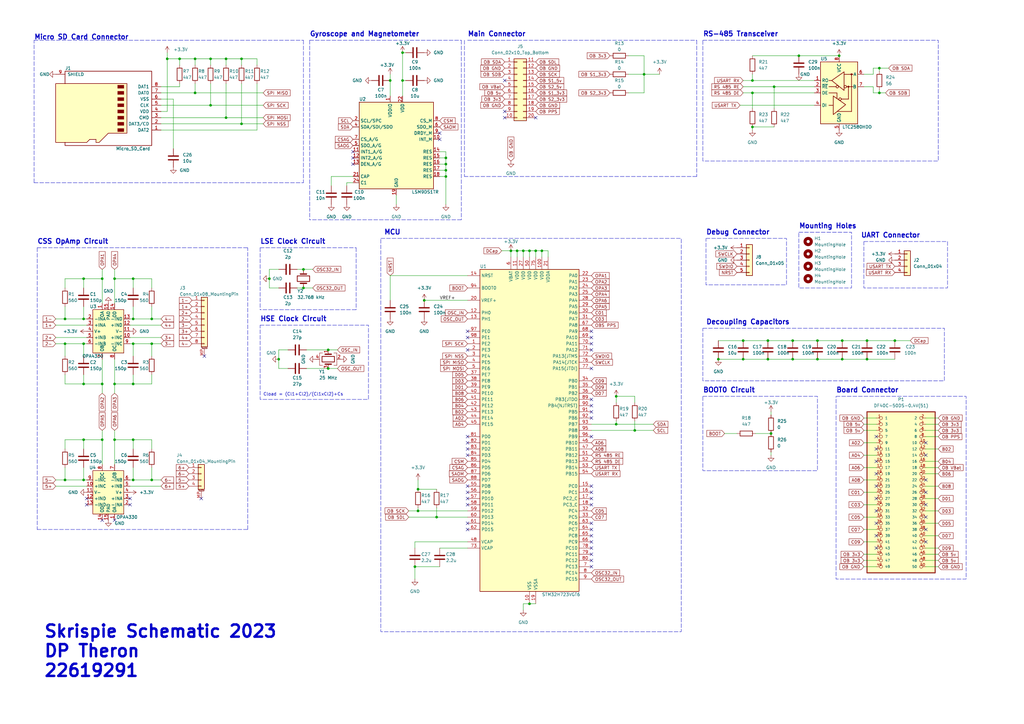
<source format=kicad_sch>
(kicad_sch (version 20230121) (generator eeschema)
  (paper "A3")
  (title_block (title "Development of an ADCS system") (date "2023-08-16") (company "Niel Theron") (comment 1 "22619291"))
  (junction (at 124.46 118.11))
  (junction (at 308.61 33.02))
  (junction (at 34.29 130.81))
  (junction (at 317.5 35.56))
  (junction (at 62.23 196.85))
  (junction (at 344.17 22.86))
  (junction (at 99.06 50.8))
  (junction (at 62.23 130.81))
  (junction (at 86.36 43.18))
  (junction (at 26.67 130.81))
  (junction (at 367.03 139.7))
  (junction (at 219.71 102.87))
  (junction (at 165.1 33.02))
  (junction (at 304.8 139.7))
  (junction (at 41.91 157.48))
  (junction (at 182.88 69.85))
  (junction (at 73.66 24.13))
  (junction (at 264.16 30.48))
  (junction (at 171.45 209.55))
  (junction (at 171.45 200.66))
  (junction (at 179.07 212.09))
  (junction (at 304.8 147.32))
  (junction (at 165.1 21.59))
  (junction (at 134.62 151.13))
  (junction (at 355.6 147.32))
  (junction (at 212.09 102.87))
  (junction (at 54.61 157.48))
  (junction (at 345.44 139.7))
  (junction (at 124.46 110.49))
  (junction (at 217.17 102.87))
  (junction (at 335.28 139.7))
  (junction (at 314.96 147.32))
  (junction (at 54.61 140.97))
  (junction (at 314.96 139.7))
  (junction (at 214.63 102.87))
  (junction (at 99.06 24.13))
  (junction (at 182.88 67.31))
  (junction (at 294.64 147.32))
  (junction (at 68.58 24.13))
  (junction (at 345.44 147.32))
  (junction (at 86.36 24.13))
  (junction (at 26.67 140.97))
  (junction (at 325.12 147.32))
  (junction (at 62.23 140.97))
  (junction (at 335.28 147.32))
  (junction (at 110.49 114.3))
  (junction (at 252.73 173.99))
  (junction (at 308.61 38.1))
  (junction (at 34.29 114.3))
  (junction (at 34.29 140.97))
  (junction (at 260.35 176.53))
  (junction (at 114.3 147.32))
  (junction (at 182.88 72.39))
  (junction (at 160.02 33.02))
  (junction (at 41.91 180.34))
  (junction (at 325.12 139.7))
  (junction (at 217.17 247.65))
  (junction (at 252.73 162.56))
  (junction (at 34.29 180.34))
  (junction (at 327.66 22.86))
  (junction (at 34.29 157.48))
  (junction (at 54.61 114.3))
  (junction (at 54.61 180.34))
  (junction (at 41.91 114.3))
  (junction (at 80.01 24.13))
  (junction (at 46.99 157.48))
  (junction (at 134.62 143.51))
  (junction (at 46.99 180.34))
  (junction (at 170.18 232.41))
  (junction (at 54.61 196.85))
  (junction (at 92.71 24.13))
  (junction (at 182.88 64.77))
  (junction (at 26.67 196.85))
  (junction (at 316.23 177.8))
  (junction (at 209.55 102.87))
  (junction (at 360.68 27.94))
  (junction (at 80.01 38.1))
  (junction (at 173.99 123.19))
  (junction (at 54.61 130.81))
  (junction (at 360.68 38.1))
  (junction (at 222.25 102.87))
  (junction (at 355.6 139.7))
  (junction (at 46.99 114.3))
  (junction (at 92.71 48.26))
  (junction (at 308.61 52.07))
  (junction (at 34.29 196.85))
  (no_connect (at 242.57 171.45))
  (no_connect (at 242.57 163.83))
  (no_connect (at 242.57 222.25))
  (no_connect (at 207.01 33.02))
  (no_connect (at 242.57 201.93))
  (no_connect (at 359.41 194.31))
  (no_connect (at 207.01 45.72))
  (no_connect (at 191.77 135.89))
  (no_connect (at 191.77 186.69))
  (no_connect (at 359.41 219.71))
  (no_connect (at 35.56 207.01))
  (no_connect (at 191.77 138.43))
  (no_connect (at 144.78 62.23))
  (no_connect (at 242.57 217.17))
  (no_connect (at 191.77 179.07))
  (no_connect (at 191.77 181.61))
  (no_connect (at 359.41 179.07))
  (no_connect (at 191.77 201.93))
  (no_connect (at 242.57 168.91))
  (no_connect (at 379.73 222.25))
  (no_connect (at 242.57 143.51))
  (no_connect (at 242.57 232.41))
  (no_connect (at 359.41 214.63))
  (no_connect (at 359.41 184.15))
  (no_connect (at 180.34 57.15))
  (no_connect (at 207.01 48.26))
  (no_connect (at 242.57 140.97))
  (no_connect (at 35.56 204.47))
  (no_connect (at 46.99 213.36))
  (no_connect (at 379.73 186.69))
  (no_connect (at 242.57 229.87))
  (no_connect (at 242.57 204.47))
  (no_connect (at 82.55 204.47))
  (no_connect (at 191.77 199.39))
  (no_connect (at 242.57 227.33))
  (no_connect (at 379.73 217.17))
  (no_connect (at 379.73 207.01))
  (no_connect (at 379.73 196.85))
  (no_connect (at 180.34 54.61))
  (no_connect (at 359.41 199.39))
  (no_connect (at 359.41 189.23))
  (no_connect (at 144.78 67.31))
  (no_connect (at 242.57 138.43))
  (no_connect (at 191.77 184.15))
  (no_connect (at 191.77 217.17))
  (no_connect (at 144.78 64.77))
  (no_connect (at 242.57 199.39))
  (no_connect (at 53.34 207.01))
  (no_connect (at 359.41 204.47))
  (no_connect (at 242.57 151.13))
  (no_connect (at 379.73 212.09))
  (no_connect (at 53.34 204.47))
  (no_connect (at 242.57 166.37))
  (no_connect (at 191.77 143.51))
  (no_connect (at 242.57 207.01))
  (no_connect (at 191.77 204.47))
  (no_connect (at 191.77 214.63))
  (no_connect (at 219.71 48.26))
  (no_connect (at 242.57 179.07))
  (no_connect (at 379.73 181.61))
  (no_connect (at 242.57 214.63))
  (no_connect (at 242.57 219.71))
  (no_connect (at 359.41 224.79))
  (no_connect (at 41.91 213.36))
  (no_connect (at 359.41 209.55))
  (no_connect (at 242.57 135.89))
  (no_connect (at 379.73 201.93))
  (no_connect (at 191.77 207.01))
  (no_connect (at 242.57 224.79))
  (no_connect (at 83.82 146.05))
  (wire (pts (xy 68.58 21.59) (xy 68.58 24.13)))
  (wire (pts (xy 180.34 67.31) (xy 182.88 67.31)))
  (wire (pts (xy 379.73 194.31) (xy 384.81 194.31)))
  (wire (pts (xy 252.73 162.56) (xy 252.73 165.1)))
  (wire (pts (xy 22.86 140.97) (xy 26.67 140.97)))
  (wire (pts (xy 144.78 72.39) (xy 135.89 72.39)))
  (wire (pts (xy 68.58 45.72) (xy 66.04 45.72)))
  (wire (pts (xy 66.04 35.56) (xy 73.66 35.56)))
  (wire (pts (xy 314.96 147.32) (xy 325.12 147.32)))
  (wire (pts (xy 71.12 60.96) (xy 71.12 40.64)))
  (wire (pts (xy 80.01 38.1) (xy 66.04 38.1)))
  (wire (pts (xy 34.29 114.3) (xy 41.91 114.3)))
  (wire (pts (xy 294.64 139.7) (xy 304.8 139.7)))
  (wire (pts (xy 182.88 69.85) (xy 182.88 72.39)))
  (wire (pts (xy 99.06 24.13) (xy 99.06 26.67)))
  (wire (pts (xy 360.68 38.1) (xy 358.14 38.1)))
  (wire (pts (xy 99.06 50.8) (xy 107.95 50.8)))
  (wire (pts (xy 134.62 143.51) (xy 138.43 143.51)))
  (wire (pts (xy 354.33 201.93) (xy 359.41 201.93)))
  (wire (pts (xy 171.45 200.66) (xy 179.07 200.66)))
  (wire (pts (xy 54.61 130.81) (xy 62.23 130.81)))
  (wire (pts (xy 62.23 180.34) (xy 62.23 184.15)))
  (wire (pts (xy 46.99 180.34) (xy 46.99 190.5)))
  (wire (pts (xy 379.73 229.87) (xy 384.81 229.87)))
  (wire (pts (xy 360.68 36.83) (xy 360.68 38.1)))
  (wire (pts (xy 379.73 214.63) (xy 384.81 214.63)))
  (wire (pts (xy 121.92 110.49) (xy 124.46 110.49)))
  (polyline (pts (xy 191.77 16.51) (xy 285.75 16.51)) (stroke (width 0) (type dash)))
  (wire (pts (xy 260.35 176.53) (xy 242.57 176.53)))
  (polyline (pts (xy 106.68 101.6) (xy 146.05 101.6)) (stroke (width 0) (type dash)))
  (polyline (pts (xy 189.23 16.51) (xy 189.23 90.17)) (stroke (width 0) (type dash)))
  (wire (pts (xy 264.16 22.86) (xy 264.16 30.48)))
  (wire (pts (xy 41.91 180.34) (xy 41.91 190.5)))
  (wire (pts (xy 205.74 102.87) (xy 209.55 102.87)))
  (wire (pts (xy 303.53 43.18) (xy 334.01 43.18)))
  (wire (pts (xy 308.61 53.34) (xy 308.61 52.07)))
  (wire (pts (xy 165.1 33.02) (xy 165.1 39.37)))
  (wire (pts (xy 73.66 35.56) (xy 73.66 34.29)))
  (wire (pts (xy 62.23 130.81) (xy 66.04 130.81)))
  (wire (pts (xy 26.67 157.48) (xy 34.29 157.48)))
  (wire (pts (xy 62.23 153.67) (xy 62.23 157.48)))
  (wire (pts (xy 22.86 133.35) (xy 35.56 133.35)))
  (wire (pts (xy 41.91 176.53) (xy 41.91 180.34)))
  (wire (pts (xy 22.86 138.43) (xy 35.56 138.43)))
  (wire (pts (xy 41.91 110.49) (xy 41.91 114.3)))
  (wire (pts (xy 124.46 118.11) (xy 128.27 118.11)))
  (wire (pts (xy 34.29 153.67) (xy 34.29 157.48)))
  (wire (pts (xy 114.3 143.51) (xy 118.11 143.51)))
  (wire (pts (xy 304.8 35.56) (xy 317.5 35.56)))
  (wire (pts (xy 26.67 180.34) (xy 34.29 180.34)))
  (wire (pts (xy 212.09 105.41) (xy 212.09 102.87)))
  (wire (pts (xy 34.29 157.48) (xy 41.91 157.48)))
  (polyline (pts (xy 285.75 72.39) (xy 190.5 72.39)) (stroke (width 0) (type dash)))
  (wire (pts (xy 107.95 43.18) (xy 86.36 43.18)))
  (wire (pts (xy 358.14 35.56) (xy 354.33 35.56)))
  (wire (pts (xy 379.73 171.45) (xy 384.81 171.45)))
  (wire (pts (xy 379.73 176.53) (xy 384.81 176.53)))
  (wire (pts (xy 54.61 180.34) (xy 62.23 180.34)))
  (polyline (pts (xy 127 16.51) (xy 189.23 16.51)) (stroke (width 0) (type dash)))
  (wire (pts (xy 53.34 196.85) (xy 54.61 196.85)))
  (wire (pts (xy 354.33 176.53) (xy 359.41 176.53)))
  (wire (pts (xy 71.12 40.64) (xy 66.04 40.64)))
  (wire (pts (xy 345.44 147.32) (xy 355.6 147.32)))
  (wire (pts (xy 316.23 168.91) (xy 316.23 170.18)))
  (wire (pts (xy 26.67 184.15) (xy 26.67 180.34)))
  (polyline (pts (xy 106.68 101.6) (xy 106.68 127)) (stroke (width 0) (type dash)))
  (wire (pts (xy 379.73 224.79) (xy 384.81 224.79)))
  (wire (pts (xy 167.64 212.09) (xy 179.07 212.09)))
  (wire (pts (xy 62.23 191.77) (xy 62.23 196.85)))
  (wire (pts (xy 180.34 69.85) (xy 182.88 69.85)))
  (wire (pts (xy 92.71 24.13) (xy 99.06 24.13)))
  (wire (pts (xy 66.04 53.34) (xy 105.41 53.34)))
  (wire (pts (xy 379.73 232.41) (xy 384.81 232.41)))
  (wire (pts (xy 170.18 222.25) (xy 170.18 224.79)))
  (wire (pts (xy 308.61 52.07) (xy 317.5 52.07)))
  (wire (pts (xy 114.3 147.32) (xy 114.3 151.13)))
  (wire (pts (xy 335.28 147.32) (xy 345.44 147.32)))
  (wire (pts (xy 180.34 62.23) (xy 182.88 62.23)))
  (wire (pts (xy 379.73 227.33) (xy 384.81 227.33)))
  (wire (pts (xy 316.23 185.42) (xy 316.23 186.69)))
  (wire (pts (xy 105.41 53.34) (xy 105.41 34.29)))
  (wire (pts (xy 34.29 114.3) (xy 34.29 118.11)))
  (wire (pts (xy 179.07 208.28) (xy 179.07 212.09)))
  (wire (pts (xy 354.33 196.85) (xy 359.41 196.85)))
  (wire (pts (xy 26.67 125.73) (xy 26.67 130.81)))
  (wire (pts (xy 92.71 34.29) (xy 92.71 48.26)))
  (wire (pts (xy 99.06 50.8) (xy 66.04 50.8)))
  (wire (pts (xy 80.01 24.13) (xy 86.36 24.13)))
  (wire (pts (xy 182.88 62.23) (xy 182.88 64.77)))
  (wire (pts (xy 162.56 83.82) (xy 162.56 80.01)))
  (wire (pts (xy 354.33 173.99) (xy 359.41 173.99)))
  (wire (pts (xy 325.12 147.32) (xy 335.28 147.32)))
  (wire (pts (xy 26.67 191.77) (xy 26.67 196.85)))
  (wire (pts (xy 308.61 30.48) (xy 308.61 33.02)))
  (wire (pts (xy 217.17 102.87) (xy 217.17 105.41)))
  (wire (pts (xy 171.45 196.85) (xy 171.45 200.66)))
  (wire (pts (xy 26.67 153.67) (xy 26.67 157.48)))
  (wire (pts (xy 99.06 24.13) (xy 105.41 24.13)))
  (wire (pts (xy 34.29 125.73) (xy 34.29 130.81)))
  (wire (pts (xy 62.23 140.97) (xy 66.04 140.97)))
  (wire (pts (xy 308.61 38.1) (xy 308.61 44.45)))
  (wire (pts (xy 214.63 105.41) (xy 214.63 102.87)))
  (polyline (pts (xy 190.5 16.51) (xy 190.5 72.39)) (stroke (width 0) (type dash)))
  (wire (pts (xy 182.88 64.77) (xy 182.88 67.31)))
  (wire (pts (xy 308.61 38.1) (xy 334.01 38.1)))
  (wire (pts (xy 317.5 44.45) (xy 317.5 35.56)))
  (wire (pts (xy 308.61 33.02) (xy 334.01 33.02)))
  (wire (pts (xy 297.18 177.8) (xy 302.26 177.8)))
  (wire (pts (xy 54.61 153.67) (xy 54.61 157.48)))
  (wire (pts (xy 160.02 113.03) (xy 160.02 123.19)))
  (wire (pts (xy 325.12 139.7) (xy 335.28 139.7)))
  (polyline (pts (xy 13.97 74.93) (xy 13.97 16.51)) (stroke (width 0) (type dash)))
  (wire (pts (xy 62.23 196.85) (xy 66.04 196.85)))
  (wire (pts (xy 214.63 102.87) (xy 217.17 102.87)))
  (wire (pts (xy 99.06 34.29) (xy 99.06 50.8)))
  (wire (pts (xy 62.23 125.73) (xy 62.23 130.81)))
  (wire (pts (xy 180.34 64.77) (xy 182.88 64.77)))
  (wire (pts (xy 167.64 209.55) (xy 171.45 209.55)))
  (wire (pts (xy 54.61 114.3) (xy 54.61 118.11)))
  (wire (pts (xy 68.58 24.13) (xy 68.58 45.72)))
  (wire (pts (xy 110.49 114.3) (xy 110.49 118.11)))
  (wire (pts (xy 54.61 125.73) (xy 54.61 130.81)))
  (wire (pts (xy 360.68 27.94) (xy 360.68 29.21)))
  (wire (pts (xy 92.71 24.13) (xy 92.71 26.67)))
  (wire (pts (xy 165.1 33.02) (xy 166.37 33.02)))
  (wire (pts (xy 379.73 199.39) (xy 384.81 199.39)))
  (wire (pts (xy 179.07 212.09) (xy 191.77 212.09)))
  (wire (pts (xy 86.36 43.18) (xy 66.04 43.18)))
  (wire (pts (xy 354.33 217.17) (xy 359.41 217.17)))
  (wire (pts (xy 46.99 176.53) (xy 46.99 180.34)))
  (wire (pts (xy 379.73 209.55) (xy 384.81 209.55)))
  (wire (pts (xy 22.86 130.81) (xy 26.67 130.81)))
  (wire (pts (xy 53.34 199.39) (xy 66.04 199.39)))
  (wire (pts (xy 354.33 212.09) (xy 359.41 212.09)))
  (wire (pts (xy 62.23 118.11) (xy 62.23 114.3)))
  (wire (pts (xy 327.66 22.86) (xy 344.17 22.86)))
  (wire (pts (xy 165.1 21.59) (xy 165.1 33.02)))
  (wire (pts (xy 267.97 176.53) (xy 260.35 176.53)))
  (wire (pts (xy 73.66 24.13) (xy 80.01 24.13)))
  (wire (pts (xy 22.86 199.39) (xy 35.56 199.39)))
  (wire (pts (xy 358.14 30.48) (xy 354.33 30.48)))
  (wire (pts (xy 358.14 38.1) (xy 358.14 35.56)))
  (wire (pts (xy 260.35 165.1) (xy 260.35 162.56)))
  (polyline (pts (xy 15.24 217.17) (xy 101.6 217.17)) (stroke (width 0) (type dash)))
  (wire (pts (xy 53.34 140.97) (xy 54.61 140.97)))
  (polyline (pts (xy 124.46 16.51) (xy 124.46 74.93)) (stroke (width 0) (type dash)))
  (wire (pts (xy 46.99 157.48) (xy 46.99 161.29)))
  (wire (pts (xy 355.6 139.7) (xy 367.03 139.7)))
  (wire (pts (xy 73.66 24.13) (xy 68.58 24.13)))
  (wire (pts (xy 260.35 162.56) (xy 252.73 162.56)))
  (wire (pts (xy 22.86 196.85) (xy 26.67 196.85)))
  (wire (pts (xy 219.71 102.87) (xy 222.25 102.87)))
  (wire (pts (xy 114.3 151.13) (xy 118.11 151.13)))
  (polyline (pts (xy 13.97 74.93) (xy 124.46 74.93)) (stroke (width 0) (type dash)))
  (wire (pts (xy 53.34 130.81) (xy 54.61 130.81)))
  (wire (pts (xy 222.25 102.87) (xy 222.25 105.41)))
  (wire (pts (xy 135.89 72.39) (xy 135.89 76.2)))
  (wire (pts (xy 166.37 21.59) (xy 165.1 21.59)))
  (wire (pts (xy 354.33 222.25) (xy 359.41 222.25)))
  (wire (pts (xy 54.61 114.3) (xy 46.99 114.3)))
  (wire (pts (xy 180.34 224.79) (xy 191.77 224.79)))
  (wire (pts (xy 308.61 22.86) (xy 327.66 22.86)))
  (wire (pts (xy 191.77 113.03) (xy 160.02 113.03)))
  (polyline (pts (xy 101.6 217.17) (xy 101.6 101.6)) (stroke (width 0) (type dash)))
  (wire (pts (xy 46.99 180.34) (xy 54.61 180.34)))
  (wire (pts (xy 160.02 30.48) (xy 160.02 33.02)))
  (wire (pts (xy 26.67 196.85) (xy 34.29 196.85)))
  (wire (pts (xy 252.73 172.72) (xy 252.73 173.99)))
  (wire (pts (xy 252.73 173.99) (xy 242.57 173.99)))
  (wire (pts (xy 363.22 38.1) (xy 360.68 38.1)))
  (wire (pts (xy 304.8 38.1) (xy 308.61 38.1)))
  (wire (pts (xy 54.61 157.48) (xy 62.23 157.48)))
  (polyline (pts (xy 15.24 101.6) (xy 101.6 101.6)) (stroke (width 0) (type dash)))
  (wire (pts (xy 124.46 110.49) (xy 128.27 110.49)))
  (wire (pts (xy 54.61 191.77) (xy 54.61 196.85)))
  (polyline (pts (xy 127 16.51) (xy 127 90.17)) (stroke (width 0) (type dash)))
  (polyline (pts (xy 189.23 90.17) (xy 127 90.17)) (stroke (width 0) (type dash)))
  (wire (pts (xy 41.91 157.48) (xy 41.91 161.29)))
  (wire (pts (xy 53.34 133.35) (xy 66.04 133.35)))
  (wire (pts (xy 125.73 151.13) (xy 134.62 151.13)))
  (wire (pts (xy 219.71 102.87) (xy 219.71 105.41)))
  (wire (pts (xy 267.97 173.99) (xy 252.73 173.99)))
  (wire (pts (xy 92.71 48.26) (xy 66.04 48.26)))
  (wire (pts (xy 355.6 147.32) (xy 367.03 147.32)))
  (wire (pts (xy 34.29 196.85) (xy 35.56 196.85)))
  (wire (pts (xy 360.68 27.94) (xy 358.14 27.94)))
  (wire (pts (xy 54.61 140.97) (xy 54.61 146.05)))
  (wire (pts (xy 257.81 22.86) (xy 264.16 22.86)))
  (wire (pts (xy 26.67 114.3) (xy 34.29 114.3)))
  (wire (pts (xy 46.99 157.48) (xy 54.61 157.48)))
  (wire (pts (xy 86.36 24.13) (xy 92.71 24.13)))
  (wire (pts (xy 212.09 102.87) (xy 214.63 102.87)))
  (wire (pts (xy 379.73 189.23) (xy 384.81 189.23)))
  (polyline (pts (xy 15.24 101.6) (xy 15.24 217.17)) (stroke (width 0) (type dash)))
  (wire (pts (xy 26.67 140.97) (xy 26.67 146.05)))
  (wire (pts (xy 34.29 180.34) (xy 41.91 180.34)))
  (wire (pts (xy 105.41 24.13) (xy 105.41 26.67)))
  (wire (pts (xy 354.33 207.01) (xy 359.41 207.01)))
  (wire (pts (xy 354.33 181.61) (xy 359.41 181.61)))
  (wire (pts (xy 41.91 147.32) (xy 41.91 157.48)))
  (wire (pts (xy 335.28 139.7) (xy 345.44 139.7)))
  (polyline (pts (xy 146.05 101.6) (xy 146.05 127)) (stroke (width 0) (type dash)))
  (polyline (pts (xy 13.97 16.51) (xy 124.46 16.51)) (stroke (width 0) (type dash)))
  (wire (pts (xy 217.17 247.65) (xy 214.63 247.65)))
  (wire (pts (xy 114.3 143.51) (xy 114.3 147.32)))
  (wire (pts (xy 304.8 147.32) (xy 314.96 147.32)))
  (wire (pts (xy 217.17 247.65) (xy 219.71 247.65)))
  (wire (pts (xy 160.02 33.02) (xy 160.02 39.37)))
  (wire (pts (xy 34.29 191.77) (xy 34.29 196.85)))
  (wire (pts (xy 314.96 139.7) (xy 325.12 139.7)))
  (wire (pts (xy 35.56 130.81) (xy 34.29 130.81)))
  (wire (pts (xy 110.49 110.49) (xy 110.49 114.3)))
  (wire (pts (xy 264.16 38.1) (xy 257.81 38.1)))
  (wire (pts (xy 260.35 172.72) (xy 260.35 176.53)))
  (wire (pts (xy 35.56 140.97) (xy 34.29 140.97)))
  (wire (pts (xy 224.79 102.87) (xy 222.25 102.87)))
  (wire (pts (xy 170.18 232.41) (xy 170.18 237.49)))
  (wire (pts (xy 34.29 180.34) (xy 34.29 184.15)))
  (wire (pts (xy 26.67 118.11) (xy 26.67 114.3)))
  (wire (pts (xy 354.33 227.33) (xy 359.41 227.33)))
  (wire (pts (xy 309.88 177.8) (xy 316.23 177.8)))
  (wire (pts (xy 182.88 72.39) (xy 182.88 83.82)))
  (wire (pts (xy 86.36 34.29) (xy 86.36 43.18)))
  (wire (pts (xy 125.73 143.51) (xy 134.62 143.51)))
  (wire (pts (xy 26.67 130.81) (xy 34.29 130.81)))
  (wire (pts (xy 379.73 184.15) (xy 384.81 184.15)))
  (wire (pts (xy 358.14 27.94) (xy 358.14 30.48)))
  (wire (pts (xy 121.92 118.11) (xy 124.46 118.11)))
  (wire (pts (xy 34.29 140.97) (xy 34.29 146.05)))
  (wire (pts (xy 144.78 74.93) (xy 142.24 74.93)))
  (wire (pts (xy 170.18 232.41) (xy 180.34 232.41)))
  (wire (pts (xy 224.79 105.41) (xy 224.79 102.87)))
  (wire (pts (xy 142.24 74.93) (xy 142.24 76.2)))
  (wire (pts (xy 264.16 30.48) (xy 264.16 38.1)))
  (wire (pts (xy 257.81 30.48) (xy 264.16 30.48)))
  (polyline (pts (xy 285.75 16.51) (xy 285.75 72.39)) (stroke (width 0) (type dash)))
  (wire (pts (xy 354.33 186.69) (xy 359.41 186.69)))
  (wire (pts (xy 191.77 222.25) (xy 170.18 222.25)))
  (wire (pts (xy 345.44 139.7) (xy 355.6 139.7)))
  (wire (pts (xy 217.17 102.87) (xy 219.71 102.87)))
  (wire (pts (xy 180.34 72.39) (xy 182.88 72.39)))
  (wire (pts (xy 364.49 27.94) (xy 360.68 27.94)))
  (wire (pts (xy 46.99 110.49) (xy 46.99 114.3)))
  (wire (pts (xy 26.67 140.97) (xy 34.29 140.97)))
  (wire (pts (xy 54.61 180.34) (xy 54.61 184.15)))
  (wire (pts (xy 379.73 191.77) (xy 384.81 191.77)))
  (wire (pts (xy 379.73 219.71) (xy 384.81 219.71)))
  (wire (pts (xy 354.33 229.87) (xy 359.41 229.87)))
  (wire (pts (xy 354.33 171.45) (xy 359.41 171.45)))
  (polyline (pts (xy 146.05 127) (xy 106.68 127)) (stroke (width 0) (type dash)))
  (wire (pts (xy 46.99 147.32) (xy 46.99 157.48)))
  (wire (pts (xy 54.61 196.85) (xy 62.23 196.85)))
  (wire (pts (xy 54.61 140.97) (xy 62.23 140.97)))
  (wire (pts (xy 53.34 138.43) (xy 66.04 138.43)))
  (wire (pts (xy 62.23 140.97) (xy 62.23 146.05)))
  (wire (pts (xy 379.73 179.07) (xy 384.81 179.07)))
  (wire (pts (xy 209.55 105.41) (xy 209.55 102.87)))
  (wire (pts (xy 110.49 118.11) (xy 114.3 118.11)))
  (wire (pts (xy 107.95 38.1) (xy 80.01 38.1)))
  (wire (pts (xy 171.45 209.55) (xy 191.77 209.55)))
  (wire (pts (xy 41.91 114.3) (xy 41.91 124.46)))
  (wire (pts (xy 182.88 67.31) (xy 182.88 69.85)))
  (wire (pts (xy 304.8 33.02) (xy 308.61 33.02)))
  (wire (pts (xy 209.55 102.87) (xy 212.09 102.87)))
  (wire (pts (xy 317.5 35.56) (xy 334.01 35.56)))
  (wire (pts (xy 304.8 139.7) (xy 314.96 139.7)))
  (wire (pts (xy 379.73 204.47) (xy 384.81 204.47)))
  (wire (pts (xy 367.03 139.7) (xy 373.38 139.7)))
  (wire (pts (xy 354.33 191.77) (xy 359.41 191.77)))
  (wire (pts (xy 354.33 232.41) (xy 359.41 232.41)))
  (wire (pts (xy 80.01 34.29) (xy 80.01 38.1)))
  (wire (pts (xy 270.51 30.48) (xy 264.16 30.48)))
  (wire (pts (xy 110.49 110.49) (xy 114.3 110.49)))
  (wire (pts (xy 107.95 48.26) (xy 92.71 48.26)))
  (wire (pts (xy 46.99 114.3) (xy 46.99 124.46)))
  (wire (pts (xy 134.62 151.13) (xy 138.43 151.13)))
  (wire (pts (xy 173.99 123.19) (xy 191.77 123.19)))
  (wire (pts (xy 171.45 208.28) (xy 171.45 209.55)))
  (wire (pts (xy 54.61 114.3) (xy 62.23 114.3)))
  (wire (pts (xy 80.01 24.13) (xy 80.01 26.67)))
  (wire (pts (xy 214.63 247.65) (xy 214.63 250.19)))
  (wire (pts (xy 73.66 26.67) (xy 73.66 24.13)))
  (wire (pts (xy 294.64 147.32) (xy 304.8 147.32)))
  (wire (pts (xy 86.36 24.13) (xy 86.36 26.67)))
  (wire (pts (xy 379.73 173.99) (xy 384.81 173.99)))
  (rectangle (start 327.66 95.25) (end 349.25 118.11) (stroke (width 0) (type dash)))
  (rectangle (start 106.68 133.35) (end 151.13 163.83) (stroke (width 0) (type dash)))
  (rectangle (start 354.33 99.06) (end 388.62 118.11) (stroke (width 0) (type dash)))
  (rectangle (start 288.29 162.56) (end 335.28 193.04) (stroke (width 0) (type dash)))
  (rectangle (start 342.9 162.56) (end 396.24 237.49) (stroke (width 0) (type dash)))
  (rectangle (start 156.21 97.79) (end 279.4 259.08) (stroke (width 0) (type dash)))
  (rectangle (start 288.29 134.62) (end 387.35 156.21) (stroke (width 0) (type dash)))
  (rectangle (start 288.29 16.51) (end 384.81 66.04) (stroke (width 0) (type dash)))
  (rectangle (start 289.56 97.79) (end 322.58 116.84) (stroke (width 0) (type dash)))
  (text "Gyroscope and Magnetometer" (at 127 15.24 0) (effects (font (size 2 2) (thickness 0.4) bold) (justify left bottom)))
  (text "HSE Clock Circuit" (at 106.68 132.08 0) (effects (font (size 2 2) (thickness 0.4) bold) (justify left bottom)))
  (text "Board Connector" (at 342.9 161.29 0) (effects (font (size 2 2) (thickness 0.4) bold) (justify left bottom)))
  (text "Micro SD Card Connector" (at 13.97 16.51 0) (effects (font (size 2 2) (thickness 0.4) bold) (justify left bottom)))
  (text "UART Connector" (at 353.06 97.79 0) (effects (font (size 2 2) (thickness 0.4) bold) (justify left bottom)))
  (text "Skrispie Schematic 2023\nDP Theron\n22619291" (at 17.78 278.13 0) (effects (font (size 5 5) (thickness 1) bold) (justify left bottom)))
  (text "Decoupling Capacitors" (at 289.56 133.35 0) (effects (font (size 2 2) bold) (justify left bottom)))
  (text "Mounting Holes" (at 327.66 93.98 0) (effects (font (size 2 2) (thickness 0.4) bold) (justify left bottom)))
  (text "Cload = (Cl1+Cl2)/(Cl1xCl2)+Cs" (at 107.95 162.56 0) (effects (font (size 1.27 1.27)) (justify left bottom)))
  (text "CSS OpAmp Circuit" (at 15.24 100.33 0) (effects (font (size 2 2) (thickness 0.4) bold) (justify left bottom)))
  (text "Debug Connector" (at 289.56 96.52 0) (effects (font (size 2 2) (thickness 0.4) bold) (justify left bottom)))
  (text "LSE Clock Circuit" (at 106.68 100.33 0) (effects (font (size 2 2) bold) (justify left bottom)))
  (text "Main Connector" (at 191.77 15.24 0) (effects (font (size 2 2) (thickness 0.4) bold) (justify left bottom)))
  (text "BOOT0 Circuit" (at 288.29 161.29 0) (effects (font (size 2 2) (thickness 0.4) bold) (justify left bottom)))
  (text "MCU" (at 157.48 96.52 0) (effects (font (size 2 2) bold) (justify left bottom)))
  (text "RS-485 Transceiver" (at 288.29 15.24 0) (effects (font (size 2 2) bold) (justify left bottom)))
  (label "VREF+" (at 180.34 123.19 0))
  (global_label "3-" (shape input) (at 66.04 140.97 0) (property "Intersheetrefs" "${INTERSHEET_REFS}" (effects hide)))
  (global_label "D05" (shape input) (at 384.81 214.63 0) (property "Intersheetrefs" "${INTERSHEET_REFS}" (effects hide)))
  (global_label "OSC_OUT" (shape input) (at 191.77 130.81 180) (property "Intersheetrefs" "${INTERSHEET_REFS}" (effects hide)))
  (global_label "USART RX" (shape input) (at 304.8 33.02 180) (property "Intersheetrefs" "${INTERSHEET_REFS}" (effects hide)))
  (global_label "OB GND" (shape input) (at 207.01 43.18 180) (property "Intersheetrefs" "${INTERSHEET_REFS}" (effects hide)))
  (global_label "OSC32_OUT" (shape input) (at 128.27 118.11 0) (property "Intersheetrefs" "${INTERSHEET_REFS}" (effects hide)))
  (global_label "SWDIO" (shape input) (at 302.26 109.22 180) (property "Intersheetrefs" "${INTERSHEET_REFS}" (effects hide)))
  (global_label "OB SDB" (shape input) (at 363.22 38.1 0) (property "Intersheetrefs" "${INTERSHEET_REFS}" (effects hide)))
  (global_label "OB GND" (shape input) (at 219.71 43.18 0) (property "Intersheetrefs" "${INTERSHEET_REFS}" (effects hide)))
  (global_label "OB SDA" (shape input) (at 364.49 27.94 0) (property "Intersheetrefs" "${INTERSHEET_REFS}" (effects hide)))
  (global_label "B02" (shape input) (at 384.81 184.15 0) (property "Intersheetrefs" "${INTERSHEET_REFS}" (effects hide)))
  (global_label "OPA1" (shape input) (at 242.57 113.03 0) (property "Intersheetrefs" "${INTERSHEET_REFS}" (effects hide)))
  (global_label "OB 5v" (shape input) (at 384.81 227.33 0) (property "Intersheetrefs" "${INTERSHEET_REFS}" (effects hide)))
  (global_label "OB SCK" (shape input) (at 167.64 209.55 180) (property "Intersheetrefs" "${INTERSHEET_REFS}" (effects hide)))
  (global_label "4-" (shape input) (at 66.04 130.81 0) (property "Intersheetrefs" "${INTERSHEET_REFS}" (effects hide)))
  (global_label "CSAG" (shape input) (at 191.77 191.77 180) (property "Intersheetrefs" "${INTERSHEET_REFS}" (effects hide)))
  (global_label "OB S2_3v3" (shape input) (at 250.19 38.1 180) (property "Intersheetrefs" "${INTERSHEET_REFS}" (effects hide)))
  (global_label "SPI MISO" (shape input) (at 191.77 148.59 180) (property "Intersheetrefs" "${INTERSHEET_REFS}" (effects hide)))
  (global_label "D01" (shape input) (at 384.81 204.47 0) (property "Intersheetrefs" "${INTERSHEET_REFS}" (effects hide)))
  (global_label "D03" (shape input) (at 384.81 209.55 0) (property "Intersheetrefs" "${INTERSHEET_REFS}" (effects hide)))
  (global_label "C05" (shape input) (at 242.57 209.55 0) (property "Intersheetrefs" "${INTERSHEET_REFS}" (effects hide)))
  (global_label "OB 3v3" (shape input) (at 207.01 40.64 180) (property "Intersheetrefs" "${INTERSHEET_REFS}" (effects hide)))
  (global_label "OPA4" (shape input) (at 46.99 110.49 90) (property "Intersheetrefs" "${INTERSHEET_REFS}" (effects hide)))
  (global_label "OB S2_5v" (shape input) (at 219.71 35.56 0) (property "Intersheetrefs" "${INTERSHEET_REFS}" (effects hide)))
  (global_label "5+" (shape input) (at 22.86 199.39 180) (property "Intersheetrefs" "${INTERSHEET_REFS}" (effects hide)))
  (global_label "OBS PPS" (shape input) (at 242.57 133.35 0) (property "Intersheetrefs" "${INTERSHEET_REFS}" (effects hide)))
  (global_label "USART TX" (shape input) (at 367.03 109.22 180) (property "Intersheetrefs" "${INTERSHEET_REFS}" (effects hide)))
  (global_label "OB GND" (shape input) (at 354.33 232.41 180) (property "Intersheetrefs" "${INTERSHEET_REFS}" (effects hide)))
  (global_label "SWCLK" (shape input) (at 242.57 148.59 0) (property "Intersheetrefs" "${INTERSHEET_REFS}" (effects hide)))
  (global_label "CSM" (shape input) (at 180.34 49.53 0) (property "Intersheetrefs" "${INTERSHEET_REFS}" (effects hide)))
  (global_label "B04" (shape input) (at 384.81 189.23 0) (property "Intersheetrefs" "${INTERSHEET_REFS}" (effects hide)))
  (global_label "A02" (shape input) (at 191.77 171.45 180) (property "Intersheetrefs" "${INTERSHEET_REFS}" (effects hide)))
  (global_label "A04" (shape input) (at 354.33 186.69 180) (property "Intersheetrefs" "${INTERSHEET_REFS}" (effects hide)))
  (global_label "D07" (shape input) (at 384.81 219.71 0) (property "Intersheetrefs" "${INTERSHEET_REFS}" (effects hide)))
  (global_label "A02" (shape input) (at 354.33 181.61 180) (property "Intersheetrefs" "${INTERSHEET_REFS}" (effects hide)))
  (global_label "OB S1_3v3" (shape input) (at 219.71 38.1 0) (property "Intersheetrefs" "${INTERSHEET_REFS}" (effects hide)))
  (global_label "USART TX" (shape input) (at 242.57 191.77 0) (property "Intersheetrefs" "${INTERSHEET_REFS}" (effects hide)))
  (global_label "1+" (shape input) (at 22.86 133.35 180) (property "Intersheetrefs" "${INTERSHEET_REFS}" (effects hide)))
  (global_label "SDA" (shape input) (at 144.78 52.07 180) (property "Intersheetrefs" "${INTERSHEET_REFS}" (effects hide)))
  (global_label "C09" (shape input) (at 354.33 222.25 180) (property "Intersheetrefs" "${INTERSHEET_REFS}" (effects hide)))
  (global_label "OB 3v3" (shape input) (at 384.81 173.99 0) (property "Intersheetrefs" "${INTERSHEET_REFS}" (effects hide)))
  (global_label "SAOG" (shape input) (at 144.78 59.69 180) (property "Intersheetrefs" "${INTERSHEET_REFS}" (effects hide)))
  (global_label "D09" (shape input) (at 384.81 224.79 0) (property "Intersheetrefs" "${INTERSHEET_REFS}" (effects hide)))
  (global_label "OPA5" (shape input) (at 242.57 125.73 0) (property "Intersheetrefs" "${INTERSHEET_REFS}" (effects hide)))
  (global_label "USART RX" (shape input) (at 242.57 194.31 0) (property "Intersheetrefs" "${INTERSHEET_REFS}" (effects hide)))
  (global_label "D05" (shape input) (at 191.77 153.67 180) (property "Intersheetrefs" "${INTERSHEET_REFS}" (effects hide)))
  (global_label "D03" (shape input) (at 191.77 156.21 180) (property "Intersheetrefs" "${INTERSHEET_REFS}" (effects hide)))
  (global_label "1-" (shape input) (at 22.86 130.81 180) (property "Intersheetrefs" "${INTERSHEET_REFS}" (effects hide)))
  (global_label "NRST" (shape input) (at 302.26 111.76 180) (property "Intersheetrefs" "${INTERSHEET_REFS}" (effects hide)))
  (global_label "6-" (shape input) (at 77.47 194.31 180) (property "Intersheetrefs" "${INTERSHEET_REFS}" (effects hide)))
  (global_label "4-" (shape input) (at 78.74 140.97 180) (property "Intersheetrefs" "${INTERSHEET_REFS}" (effects hide)))
  (global_label "OPA6" (shape input) (at 242.57 123.19 0) (property "Intersheetrefs" "${INTERSHEET_REFS}" (effects hide)))
  (global_label "A04" (shape input) (at 191.77 173.99 180) (property "Intersheetrefs" "${INTERSHEET_REFS}" (effects hide)))
  (global_label "2+" (shape input) (at 78.74 128.27 180) (property "Intersheetrefs" "${INTERSHEET_REFS}" (effects hide)))
  (global_label "SAOM" (shape input) (at 180.34 52.07 0) (property "Intersheetrefs" "${INTERSHEET_REFS}" (effects hide)))
  (global_label "BOOT" (shape input) (at 297.18 177.8 180) (property "Intersheetrefs" "${INTERSHEET_REFS}" (effects hide)))
  (global_label "A06" (shape input) (at 354.33 191.77 180) (property "Intersheetrefs" "${INTERSHEET_REFS}" (effects hide)))
  (global_label "6+" (shape input) (at 77.47 191.77 180) (property "Intersheetrefs" "${INTERSHEET_REFS}" (effects hide)))
  (global_label "OB S1_3v3" (shape input) (at 250.19 30.48 180) (property "Intersheetrefs" "${INTERSHEET_REFS}" (effects hide)))
  (global_label "SPI NSS" (shape input) (at 107.95 50.8 0) (property "Intersheetrefs" "${INTERSHEET_REFS}" (effects hide)))
  (global_label "OPA3" (shape input) (at 46.99 161.29 270) (property "Intersheetrefs" "${INTERSHEET_REFS}" (effects hide)))
  (global_label "B02" (shape input) (at 191.77 168.91 180) (property "Intersheetrefs" "${INTERSHEET_REFS}" (effects hide)))
  (global_label "OPA2" (shape input) (at 41.91 161.29 270) (property "Intersheetrefs" "${INTERSHEET_REFS}" (effects hide)))
  (global_label "OB SDA" (shape input) (at 207.01 25.4 180) (property "Intersheetrefs" "${INTERSHEET_REFS}" (effects hide)))
  (global_label "6-" (shape input) (at 66.04 196.85 0) (property "Intersheetrefs" "${INTERSHEET_REFS}" (effects hide)))
  (global_label "OPA2" (shape input) (at 242.57 115.57 0) (property "Intersheetrefs" "${INTERSHEET_REFS}" (effects hide)))
  (global_label "NRST" (shape input) (at 160.02 113.03 90) (property "Intersheetrefs" "${INTERSHEET_REFS}" (effects hide)))
  (global_label "RS 485 DE" (shape input) (at 304.8 38.1 180) (property "Intersheetrefs" "${INTERSHEET_REFS}" (effects hide)))
  (global_label "OB SDB" (shape input) (at 207.01 30.48 180) (property "Intersheetrefs" "${INTERSHEET_REFS}" (effects hide)))
  (global_label "OB 3v3" (shape input) (at 384.81 176.53 0) (property "Intersheetrefs" "${INTERSHEET_REFS}" (effects hide)))
  (global_label "D01" (shape input) (at 191.77 158.75 180) (property "Intersheetrefs" "${INTERSHEET_REFS}" (effects hide)))
  (global_label "1-" (shape input) (at 78.74 123.19 180) (property "Intersheetrefs" "${INTERSHEET_REFS}" (effects hide)))
  (global_label "SDA" (shape input) (at 267.97 173.99 0) (property "Intersheetrefs" "${INTERSHEET_REFS}" (effects hide)))
  (global_label "RS 485 RE" (shape input) (at 242.57 186.69 0) (property "Intersheetrefs" "${INTERSHEET_REFS}" (effects hide)))
  (global_label "OSC_IN" (shape input) (at 138.43 143.51 0) (property "Intersheetrefs" "${INTERSHEET_REFS}" (effects hide)))
  (global_label "3+" (shape input) (at 66.04 138.43 0) (property "Intersheetrefs" "${INTERSHEET_REFS}" (effects hide)))
  (global_label "OB PPS" (shape input) (at 384.81 179.07 0) (property "Intersheetrefs" "${INTERSHEET_REFS}" (effects hide)))
  (global_label "4+" (shape input) (at 66.04 133.35 0) (property "Intersheetrefs" "${INTERSHEET_REFS}" (effects hide)))
  (global_label "OSC32_IN" (shape input) (at 242.57 234.95 0) (property "Intersheetrefs" "${INTERSHEET_REFS}" (effects hide)))
  (global_label "D07" (shape input) (at 242.57 161.29 0) (property "Intersheetrefs" "${INTERSHEET_REFS}" (effects hide)))
  (global_label "B08" (shape input) (at 384.81 199.39 0) (property "Intersheetrefs" "${INTERSHEET_REFS}" (effects hide)))
  (global_label "OPA5" (shape input) (at 41.91 176.53 90) (property "Intersheetrefs" "${INTERSHEET_REFS}" (effects hide)))
  (global_label "B04" (shape input) (at 191.77 166.37 180) (property "Intersheetrefs" "${INTERSHEET_REFS}" (effects hide)))
  (global_label "A08" (shape input) (at 242.57 184.15 0) (property "Intersheetrefs" "${INTERSHEET_REFS}" (effects hide)))
  (global_label "B06" (shape input) (at 191.77 163.83 180) (property "Intersheetrefs" "${INTERSHEET_REFS}" (effects hide)))
  (global_label "D09" (shape input) (at 242.57 158.75 0) (property "Intersheetrefs" "${INTERSHEET_REFS}" (effects hide)))
  (global_label "A06" (shape input) (at 242.57 181.61 0) (property "Intersheetrefs" "${INTERSHEET_REFS}" (effects hide)))
  (global_label "OB 3v3" (shape input) (at 354.33 227.33 180) (property "Intersheetrefs" "${INTERSHEET_REFS}" (effects hide)))
  (global_label "OPA6" (shape input) (at 46.99 176.53 90) (property "Intersheetrefs" "${INTERSHEET_REFS}" (effects hide)))
  (global_label "SWCLK" (shape input) (at 302.26 104.14 180) (property "Intersheetrefs" "${INTERSHEET_REFS}" (effects hide)))
  (global_label "OSC32_IN" (shape input) (at 128.27 110.49 0) (property "Intersheetrefs" "${INTERSHEET_REFS}" (effects hide)))
  (global_label "OB GND" (shape input) (at 384.81 171.45 0) (property "Intersheetrefs" "${INTERSHEET_REFS}" (effects hide)))
  (global_label "OB 3v3" (shape input) (at 354.33 229.87 180) (property "Intersheetrefs" "${INTERSHEET_REFS}" (effects hide)))
  (global_label "OB S2_3v3" (shape input) (at 219.71 40.64 0) (property "Intersheetrefs" "${INTERSHEET_REFS}" (effects hide)))
  (global_label "2-" (shape input) (at 78.74 130.81 180) (property "Intersheetrefs" "${INTERSHEET_REFS}" (effects hide)))
  (global_label "2+" (shape input) (at 22.86 138.43 180) (property "Intersheetrefs" "${INTERSHEET_REFS}" (effects hide)))
  (global_label "SAOM" (shape input) (at 191.77 194.31 180) (property "Intersheetrefs" "${INTERSHEET_REFS}" (effects hide)))
  (global_label "B06" (shape input) (at 384.81 194.31 0) (property "Intersheetrefs" "${INTERSHEET_REFS}" (effects hide)))
  (global_label "RS 485 DE" (shape input) (at 242.57 189.23 0) (property "Intersheetrefs" "${INTERSHEET_REFS}" (effects hide)))
  (global_label "OB VBat" (shape input) (at 384.81 191.77 0) (property "Intersheetrefs" "${INTERSHEET_REFS}" (effects hide)))
  (global_label "OSC_IN" (shape input) (at 191.77 128.27 180) (property "Intersheetrefs" "${INTERSHEET_REFS}" (effects hide)))
  (global_label "OB 3v3" (shape input) (at 250.19 22.86 180) (property "Intersheetrefs" "${INTERSHEET_REFS}" (effects hide)))
  (global_label "OB 5v" (shape input) (at 207.01 38.1 180) (property "Intersheetrefs" "${INTERSHEET_REFS}" (effects hide)))
  (global_label "OB 5v" (shape input) (at 384.81 229.87 0) (property "Intersheetrefs" "${INTERSHEET_REFS}" (effects hide)))
  (global_label "OB GND" (shape input) (at 384.81 232.41 0) (property "Intersheetrefs" "${INTERSHEET_REFS}" (effects hide)))
  (global_label "OB S1_5v" (shape input) (at 219.71 33.02 0) (property "Intersheetrefs" "${INTERSHEET_REFS}" (effects hide)))
  (global_label "OPA4" (shape input) (at 242.57 120.65 0) (property "Intersheetrefs" "${INTERSHEET_REFS}" (effects hide)))
  (global_label "SWDIO" (shape input) (at 242.57 146.05 0) (property "Intersheetrefs" "${INTERSHEET_REFS}" (effects hide)))
  (global_label "DCap" (shape input) (at 373.38 139.7 0) (property "Intersheetrefs" "${INTERSHEET_REFS}" (effects hide)))
  (global_label "SPI MOSI" (shape input) (at 191.77 151.13 180) (property "Intersheetrefs" "${INTERSHEET_REFS}" (effects hide)))
  (global_label "OB GND" (shape input) (at 354.33 171.45 180) (property "Intersheetrefs" "${INTERSHEET_REFS}" (effects hide)))
  (global_label "OB 5v" (shape input) (at 354.33 173.99 180) (property "Intersheetrefs" "${INTERSHEET_REFS}" (effects hide)))
  (global_label "OB PPS" (shape input) (at 219.71 45.72 0) (property "Intersheetrefs" "${INTERSHEET_REFS}" (effects hide)))
  (global_label "CSAG" (shape input) (at 144.78 57.15 180) (property "Intersheetrefs" "${INTERSHEET_REFS}" (effects hide)))
  (global_label "SPI MISO" (shape input) (at 107.95 38.1 0) (property "Intersheetrefs" "${INTERSHEET_REFS}" (effects hide)))
  (global_label "4+" (shape input) (at 78.74 138.43 180) (property "Intersheetrefs" "${INTERSHEET_REFS}" (effects hide)))
  (global_label "OB GND" (shape input) (at 207.01 27.94 180) (property "Intersheetrefs" "${INTERSHEET_REFS}" (effects hide)))
  (global_label "SAOG" (shape input) (at 191.77 196.85 180) (property "Intersheetrefs" "${INTERSHEET_REFS}" (effects hide)))
  (global_label "5+" (shape input) (at 77.47 199.39 180) (property "Intersheetrefs" "${INTERSHEET_REFS}" (effects hide)))
  (global_label "OPA3" (shape input) (at 242.57 118.11 0) (property "Intersheetrefs" "${INTERSHEET_REFS}" (effects hide)))
  (global_label "SPI MOSI" (shape input) (at 107.95 48.26 0) (property "Intersheetrefs" "${INTERSHEET_REFS}" (effects hide)))
  (global_label "3+" (shape input) (at 78.74 135.89 180) (property "Intersheetrefs" "${INTERSHEET_REFS}" (effects hide)))
  (global_label "C07" (shape input) (at 354.33 217.17 180) (property "Intersheetrefs" "${INTERSHEET_REFS}" (effects hide)))
  (global_label "SCL" (shape input) (at 144.78 49.53 180) (property "Intersheetrefs" "${INTERSHEET_REFS}" (effects hide)))
  (global_label "1+" (shape input) (at 78.74 125.73 180) (property "Intersheetrefs" "${INTERSHEET_REFS}" (effects hide)))
  (global_label "OB GND" (shape input) (at 219.71 27.94 0) (property "Intersheetrefs" "${INTERSHEET_REFS}" (effects hide)))
  (global_label "C03" (shape input) (at 354.33 207.01 180) (property "Intersheetrefs" "${INTERSHEET_REFS}" (effects hide)))
  (global_label "C09" (shape input) (at 242.57 156.21 0) (property "Intersheetrefs" "${INTERSHEET_REFS}" (effects hide)))
  (global_label "BOOT" (shape input) (at 191.77 118.11 180) (property "Intersheetrefs" "${INTERSHEET_REFS}" (effects hide)))
  (global_label "SPI SCK" (shape input) (at 191.77 140.97 180) (property "Intersheetrefs" "${INTERSHEET_REFS}" (effects hide)))
  (global_label "6+" (shape input) (at 66.04 199.39 0) (property "Intersheetrefs" "${INTERSHEET_REFS}" (effects hide)))
  (global_label "C05" (shape input) (at 354.33 212.09 180) (property "Intersheetrefs" "${INTERSHEET_REFS}" (effects hide)))
  (global_label "OB SDL" (shape input) (at 167.64 212.09 180) (property "Intersheetrefs" "${INTERSHEET_REFS}" (effects hide)))
  (global_label "B08" (shape input) (at 191.77 161.29 180) (property "Intersheetrefs" "${INTERSHEET_REFS}" (effects hide)))
  (global_label "SPI SCK" (shape input) (at 107.95 43.18 0) (property "Intersheetrefs" "${INTERSHEET_REFS}" (effects hide)))
  (global_label "2-" (shape input) (at 22.86 140.97 180) (property "Intersheetrefs" "${INTERSHEET_REFS}" (effects hide)))
  (global_label "5-" (shape input) (at 22.86 196.85 180) (property "Intersheetrefs" "${INTERSHEET_REFS}" (effects hide)))
  (global_label "OB VBat" (shape input) (at 207.01 35.56 180) (property "Intersheetrefs" "${INTERSHEET_REFS}" (effects hide)))
  (global_label "OB GND" (shape input) (at 209.55 66.04 90) (property "Intersheetrefs" "${INTERSHEET_REFS}" (effects hide)))
  (global_label "CSM" (shape input) (at 191.77 189.23 180) (property "Intersheetrefs" "${INTERSHEET_REFS}" (effects hide)))
  (global_label "SCL" (shape input) (at 267.97 176.53 0) (property "Intersheetrefs" "${INTERSHEET_REFS}" (effects hide)))
  (global_label "USART RX" (shape input) (at 367.03 111.76 180) (property "Intersheetrefs" "${INTERSHEET_REFS}" (effects hide)))
  (global_label "USART TX" (shape input) (at 303.53 43.18 180) (property "Intersheetrefs" "${INTERSHEET_REFS}" (effects hide)))
  (global_label "OSC32_OUT" (shape input) (at 242.57 237.49 0) (property "Intersheetrefs" "${INTERSHEET_REFS}" (effects hide)))
  (global_label "OPA1" (shape input) (at 41.91 110.49 90) (property "Intersheetrefs" "${INTERSHEET_REFS}" (effects hide)))
  (global_label "5-" (shape input) (at 77.47 196.85 180) (property "Intersheetrefs" "${INTERSHEET_REFS}" (effects hide)))
  (global_label "OB SCK" (shape input) (at 219.71 30.48 0) (property "Intersheetrefs" "${INTERSHEET_REFS}" (effects hide)))
  (global_label "OB 5v" (shape input) (at 354.33 176.53 180) (property "Intersheetrefs" "${INTERSHEET_REFS}" (effects hide)))
  (global_label "RS 485 RE" (shape input) (at 304.8 35.56 180) (property "Intersheetrefs" "${INTERSHEET_REFS}" (effects hide)))
  (global_label "OB SDL" (shape input) (at 219.71 25.4 0) (property "Intersheetrefs" "${INTERSHEET_REFS}" (effects hide)))
  (global_label "SPI NSS" (shape input) (at 191.77 146.05 180) (property "Intersheetrefs" "${INTERSHEET_REFS}" (effects hide)))
  (global_label "C01" (shape input) (at 242.57 128.27 0) (property "Intersheetrefs" "${INTERSHEET_REFS}" (effects hide)))
  (global_label "3-" (shape input) (at 78.74 133.35 180) (property "Intersheetrefs" "${INTERSHEET_REFS}" (effects hide)))
  (global_label "C01" (shape input) (at 354.33 201.93 180) (property "Intersheetrefs" "${INTERSHEET_REFS}" (effects hide)))
  (global_label "A08" (shape input) (at 354.33 196.85 180) (property "Intersheetrefs" "${INTERSHEET_REFS}" (effects hide)))
  (global_label "C07" (shape input) (at 242.57 212.09 0) (property "Intersheetrefs" "${INTERSHEET_REFS}" (effects hide)))
  (global_label "OSC_OUT" (shape input) (at 138.43 151.13 0) (property "Intersheetrefs" "${INTERSHEET_REFS}" (effects hide)))
  (global_label "C03" (shape input) (at 242.57 130.81 0) (property "Intersheetrefs" "${INTERSHEET_REFS}" (effects hide)))
  (global_label "DCap" (shape input) (at 205.74 102.87 180) (property "Intersheetrefs" "${INTERSHEET_REFS}" (effects hide)))
  (symbol (lib_id "power:+3.3V") (at 316.23 168.91 0) (unit 1)
    (property "Reference" "#PWR038" (effects hide))
    (property "Value" "+3.3V" (at 316.23 165.1 0))
  )
  (symbol (lib_id "Device:R") (at 306.07 177.8 270) (unit 1)
    (property "Reference" "R18" (at 306.07 171.45 90))
    (property "Value" "4k7" (at 306.07 173.99 90))
    (property "Footprint" "Skripsie:R_0201_0603Metric" (effects hide))
  )
  (symbol (lib_id "power:GND") (at 367.03 106.68 270) (unit 1)
    (property "Reference" "#PWR030" (effects hide))
    (property "Value" "GND" (at 363.22 106.68 90) (effects (justify right)))
  )
  (symbol (lib_id "Device:R") (at 62.23 149.86 0) (unit 1)
    (property "Reference" "R3" (at 58.42 148.59 0) (effects (justify left)))
    (property "Value" "560" (at 57.15 151.13 0) (effects (justify left)))
    (property "Footprint" "Skripsie:R_0201_0603Metric" (effects hide))
  )
  (symbol (lib_id "Device:R") (at 26.67 149.86 0) (unit 1)
    (property "Reference" "R2" (at 27.94 148.59 0) (effects (justify left)))
    (property "Value" "560" (at 27.94 151.13 0) (effects (justify left)))
    (property "Footprint" "Skripsie:R_0201_0603Metric" (effects hide))
  )
  (symbol (lib_id "Mechanical:MountingHole") (at 331.47 109.22 0) (unit 1)
    (property "Reference" "H3" (at 334.01 107.95 0) (effects (justify left)))
    (property "Value" "MountingHole" (at 334.01 110.49 0) (effects (justify left)))
    (property "Footprint" "Skripsie:MountingHole_2.5mm" (effects hide))
  )
  (symbol (lib_id "power:GND") (at 35.56 201.93 270) (unit 1)
    (property "Reference" "#PWR02" (effects hide))
    (property "Value" "GND" (at 27.94 201.93 90) (effects (justify left)))
  )
  (symbol (lib_id "power:+3.3V") (at 35.56 135.89 90) (unit 1)
    (property "Reference" "#PWR025" (effects hide))
    (property "Value" "+3.3V" (at 31.75 135.89 90) (effects (justify left)))
  )
  (symbol (lib_id "Device:Crystal_GND24") (at 134.62 147.32 270) (unit 1)
    (property "Reference" "Y1" (at 132.08 152.4 90))
    (property "Value" "25 MHz" (at 134.62 154.94 90))
    (property "Footprint" "Skripsie:Crystal_SMD_EuroQuartz_X22-4Pin_2.5x2.0mm" (effects hide))
  )
  (symbol (lib_name "OPA4330_1") (lib_id "Skripsie:OPA4330") (at 44.45 201.93 180) (unit 1)
    (property "Reference" "U4" (at 39.37 191.77 0) (effects (justify left)))
    (property "Value" "OPA4330" (at 52.07 212.09 0))
    (property "Footprint" "Skripsie:Texas_S-PVQFN-N14" (effects hide))
  )
  (symbol (lib_id "Device:C") (at 71.12 64.77 0) (unit 1)
    (property "Reference" "C26" (at 74.93 63.5 0) (effects (justify left)))
    (property "Value" "10u" (at 74.93 66.04 0) (effects (justify left)))
    (property "Footprint" "Skripsie:C_0201_0603Metric" (effects hide))
  )
  (symbol (lib_id "Device:R") (at 308.61 26.67 0) (unit 1)
    (property "Reference" "R21" (at 311.15 25.4 0) (effects (justify left)))
    (property "Value" "4k7" (at 311.15 27.94 0) (effects (justify left)))
    (property "Footprint" "Skripsie:R_0201_0603Metric" (effects hide))
  )
  (symbol (lib_id "Device:R") (at 317.5 48.26 0) (unit 1)
    (property "Reference" "R22" (at 320.04 46.99 0) (effects (justify left)))
    (property "Value" "4k7" (at 320.04 49.53 0) (effects (justify left)))
    (property "Footprint" "Skripsie:R_0201_0603Metric" (effects hide))
  )
  (symbol (lib_id "power:+3.3V") (at 173.99 123.19 0) (unit 1)
    (property "Reference" "#PWR028" (effects hide))
    (property "Value" "+3.3V" (at 173.99 118.11 0))
  )
  (symbol (lib_id "Device:C") (at 142.24 80.01 0) (unit 1)
    (property "Reference" "C10" (at 147.32 78.74 0))
    (property "Value" "100n" (at 147.32 81.28 0))
    (property "Footprint" "Skripsie:C_0201_0603Metric" (effects hide))
  )
  (symbol (lib_id "power:GND") (at 71.12 68.58 0) (unit 1)
    (property "Reference" "#PWR014" (effects hide))
    (property "Value" "GND" (at 73.66 69.85 0) (effects (justify left)))
  )
  (symbol (lib_id "power:GND") (at 142.24 83.82 0) (unit 1)
    (property "Reference" "#PWR010" (effects hide))
    (property "Value" "GND" (at 142.24 88.9 0))
  )
  (symbol (lib_id "power:GND") (at 344.17 53.34 0) (unit 1)
    (property "Reference" "#PWR017" (effects hide))
    (property "Value" "GND" (at 344.17 58.42 0))
  )
  (symbol (lib_id "power:+3.3V") (at 53.34 201.93 270) (unit 1)
    (property "Reference" "#PWR026" (effects hide))
    (property "Value" "+3.3V" (at 57.15 201.93 90) (effects (justify left)))
  )
  (symbol (lib_id "power:GND") (at 22.86 30.48 270) (unit 1)
    (property "Reference" "#PWR020" (effects hide))
    (property "Value" "GND" (at 20.32 30.48 90) (effects (justify right)))
  )
  (symbol (lib_id "power:+3.3V") (at 367.03 104.14 90) (unit 1)
    (property "Reference" "#PWR027" (effects hide))
    (property "Value" "+3.3V" (at 363.22 104.14 90) (effects (justify left)))
  )
  (symbol (lib_id "power:+3.3V") (at 160.02 30.48 0) (unit 1)
    (property "Reference" "#PWR022" (effects hide))
    (property "Value" "+3.3V" (at 158.75 26.67 0))
  )
  (symbol (lib_id "power:GND") (at 182.88 83.82 0) (unit 1)
    (property "Reference" "#PWR06" (effects hide))
    (property "Value" "GND" (at 182.88 88.9 0))
  )
  (symbol (lib_id "power:GND") (at 170.18 237.49 0) (unit 1)
    (property "Reference" "#PWR040" (effects hide))
    (property "Value" "GND" (at 170.18 242.57 0))
  )
  (symbol (lib_id "power:+3.3V") (at 171.45 196.85 0) (unit 1)
    (property "Reference" "#PWR037" (effects hide))
    (property "Value" "+3.3V" (at 171.45 191.77 0))
  )
  (symbol (lib_id "power:GND") (at 327.66 30.48 0) (unit 1)
    (property "Reference" "#PWR042" (effects hide))
    (property "Value" "GND" (at 330.2 30.48 0))
  )
  (symbol (lib_id "power:GND") (at 53.34 135.89 90) (unit 1)
    (property "Reference" "#PWR01" (effects hide))
    (property "Value" "GND" (at 57.15 135.89 90) (effects (justify right)))
  )
  (symbol (lib_id "Device:C") (at 54.61 187.96 0) (unit 1)
    (property "Reference" "C6" (at 49.53 186.69 0) (effects (justify left)))
    (property "Value" "150p" (at 46.99 189.23 0) (effects (justify left)))
    (property "Footprint" "Skripsie:C_0201_0603Metric" (effects hide))
  )
  (symbol (lib_id "power:+3.3V") (at 209.55 102.87 0) (unit 1)
    (property "Reference" "#PWR04" (effects hide))
    (property "Value" "+3.3V" (at 209.55 99.06 0))
  )
  (symbol (lib_id "Device:C") (at 54.61 121.92 0) (unit 1)
    (property "Reference" "C4" (at 49.53 120.65 0) (effects (justify left)))
    (property "Value" "150p" (at 46.99 123.19 0) (effects (justify left)))
    (property "Footprint" "Skripsie:C_0201_0603Metric" (effects hide))
  )
  (symbol (lib_id "Device:R") (at 252.73 168.91 0) (unit 1)
    (property "Reference" "R19" (at 254 167.64 0) (effects (justify left)))
    (property "Value" "4k7" (at 254 170.18 0) (effects (justify left)))
    (property "Footprint" "Skripsie:R_0201_0603Metric" (effects hide))
  )
  (symbol (lib_id "Device:C") (at 345.44 143.51 0) (unit 1)
    (property "Reference" "C21" (at 349.25 142.24 0) (effects (justify left)))
    (property "Value" "100n" (at 349.25 144.78 0) (effects (justify left)))
    (property "Footprint" "Skripsie:C_0201_0603Metric" (effects hide))
  )
  (symbol (lib_id "power:GND") (at 129.54 147.32 270) (unit 1)
    (property "Reference" "#PWR018" (effects hide))
    (property "Value" "GND" (at 124.46 147.32 0))
  )
  (symbol (lib_id "power:GND") (at 302.26 106.68 270) (unit 1)
    (property "Reference" "#PWR036" (effects hide))
    (property "Value" "GND" (at 298.45 106.68 90) (effects (justify right)))
  )
  (symbol (lib_id "power:GND") (at 152.4 33.02 270) (unit 1)
    (property "Reference" "#PWR013" (effects hide))
    (property "Value" "GND" (at 148.59 33.02 90) (effects (justify right)))
  )
  (symbol (lib_id "power:GND") (at 114.3 147.32 270) (unit 1)
    (property "Reference" "#PWR03" (effects hide))
    (property "Value" "GND" (at 109.22 144.78 90) (effects (justify left)))
  )
  (symbol (lib_id "Device:C") (at 325.12 143.51 0) (unit 1)
    (property "Reference" "C19" (at 328.93 142.24 0) (effects (justify left)))
    (property "Value" "100n" (at 328.93 144.78 0) (effects (justify left)))
    (property "Footprint" "Skripsie:C_0201_0603Metric" (effects hide))
  )
  (symbol (lib_id "Device:C") (at 118.11 118.11 90) (unit 1)
    (property "Reference" "C13" (at 118.11 121.92 90))
    (property "Value" "2p" (at 118.11 124.46 90))
    (property "Footprint" "Skripsie:C_0201_0603Metric" (effects hide))
  )
  (symbol (lib_id "power:GND") (at 135.89 83.82 0) (unit 1)
    (property "Reference" "#PWR09" (effects hide))
    (property "Value" "GND" (at 135.89 88.9 0))
  )
  (symbol (lib_id "MCU_ST_STM32H7:STM32H723VGTx") (at 217.17 176.53 0) (unit 1)
    (property "Reference" "U1" (at 196.85 109.22 0) (effects (justify left)))
    (property "Value" "STM32H723VGT6" (at 222.25 243.84 0) (effects (justify left)))
    (property "Footprint" "Skripsie:LQFP-100_14x14mm_P0.5mm" (effects hide))
    (property "Datasheet" "https://www.st.com/resource/en/datasheet/stm32h723vg.pdf" (effects hide))
  )
  (symbol (lib_id "Device:C") (at 180.34 228.6 0) (unit 1)
    (property "Reference" "C28" (at 182.88 227.33 0) (effects (justify left)))
    (property "Value" "2.2u" (at 182.88 229.87 0) (effects (justify left)))
    (property "Footprint" "Skripsie:C_0201_0603Metric" (effects hide))
  )
  (symbol (lib_id "Device:R") (at 26.67 121.92 0) (unit 1)
    (property "Reference" "R1" (at 27.94 120.65 0) (effects (justify left)))
    (property "Value" "560" (at 27.94 123.19 0) (effects (justify left)))
    (property "Footprint" "Skripsie:R_0201_0603Metric" (effects hide))
  )
  (symbol (lib_id "power:+3.3V") (at 302.26 101.6 90) (unit 1)
    (property "Reference" "#PWR035" (effects hide))
    (property "Value" "+3.3V" (at 298.45 101.6 90) (effects (justify left)))
  )
  (symbol (lib_id "Device:R") (at 260.35 168.91 0) (unit 1)
    (property "Reference" "R20" (at 261.62 167.64 0) (effects (justify left)))
    (property "Value" "4k7" (at 261.62 170.18 0) (effects (justify left)))
    (property "Footprint" "Skripsie:R_0201_0603Metric" (effects hide))
  )
  (symbol (lib_id "Device:C") (at 170.18 228.6 0) (unit 1)
    (property "Reference" "C27" (at 172.72 227.33 0) (effects (justify left)))
    (property "Value" "2.2u" (at 172.72 229.87 0) (effects (justify left)))
    (property "Footprint" "Skripsie:C_0201_0603Metric" (effects hide))
  )
  (symbol (lib_id "Device:R") (at 179.07 204.47 0) (unit 1)
    (property "Reference" "R17" (at 180.34 203.2 0) (effects (justify left)))
    (property "Value" "4k7" (at 180.34 205.74 0) (effects (justify left)))
    (property "Footprint" "Skripsie:R_0201_0603Metric" (effects hide))
  )
  (symbol (lib_id "Device:R") (at 254 22.86 90) (unit 1)
    (property "Reference" "R13" (at 254 17.78 90))
    (property "Value" "0" (at 254 20.32 90))
    (property "Footprint" "Skripsie:R_0201_0603Metric" (effects hide))
  )
  (symbol (lib_id "Mechanical:MountingHole") (at 331.47 114.3 0) (unit 1)
    (property "Reference" "H4" (at 334.01 113.03 0) (effects (justify left)))
    (property "Value" "MountingHole" (at 334.01 115.57 0) (effects (justify left)))
    (property "Footprint" "Skripsie:MountingHole_2.5mm" (effects hide))
  )
  (symbol (lib_id "Device:R") (at 62.23 187.96 0) (unit 1)
    (property "Reference" "R6" (at 58.42 186.69 0) (effects (justify left)))
    (property "Value" "560" (at 57.15 189.23 0) (effects (justify left)))
    (property "Footprint" "Skripsie:R_0201_0603Metric" (effects hide))
  )
  (symbol (lib_id "Device:C") (at 34.29 149.86 0) (unit 1)
    (property "Reference" "C2" (at 36.83 148.59 0) (effects (justify left)))
    (property "Value" "150p" (at 36.83 151.13 0) (effects (justify left)))
    (property "Footprint" "Skripsie:C_0201_0603Metric" (effects hide))
  )
  (symbol (lib_id "Device:R") (at 26.67 187.96 0) (unit 1)
    (property "Reference" "R5" (at 27.94 186.69 0) (effects (justify left)))
    (property "Value" "560" (at 27.94 189.23 0) (effects (justify left)))
    (property "Footprint" "Skripsie:R_0201_0603Metric" (effects hide))
  )
  (symbol (lib_id "Device:R") (at 308.61 48.26 0) (unit 1)
    (property "Reference" "R23" (at 311.15 46.99 0) (effects (justify left)))
    (property "Value" "4k7" (at 311.15 49.53 0) (effects (justify left)))
    (property "Footprint" "Skripsie:R_0201_0603Metric" (effects hide))
  )
  (symbol (lib_id "Connector:Micro_SD_Card") (at 43.18 45.72 180) (unit 1)
    (property "Reference" "J1" (at 27.94 27.94 0))
    (property "Value" "Micro_SD_Card" (at 54.61 60.96 0))
    (property "Footprint" "Skripsie:microSD_HC_Hirose_DM3AT-SF-PEJM5" (effects hide))
    (property "Datasheet" "http://katalog.we-online.de/em/datasheet/693072010801.pdf" (effects hide))
  )
  (symbol (lib_id "power:GND") (at 44.45 124.46 180) (unit 1)
    (property "Reference" "#PWR034" (effects hide))
    (property "Value" "GND" (at 44.45 119.38 0))
  )
  (symbol (lib_id "Interface_UART:LTC2850xDD") (at 344.17 38.1 0) (unit 1)
    (property "Reference" "U5" (at 336.55 24.13 0) (effects (justify left)))
    (property "Value" "LTC2580HDD" (at 345.44 52.07 0) (effects (justify left)))
    (property "Footprint" "Skripsie:DFN-8-1EP_3x3mm_P0.5mm_EP1.65x2.38mm" (effects hide))
    (property "Datasheet" "https://www.analog.com/media/en/technical-documentation/data-sheets/285012fe.pdf" (effects hide))
  )
  (symbol (lib_id "Device:C") (at 294.64 143.51 0) (unit 1)
    (property "Reference" "C16" (at 298.45 142.24 0) (effects (justify left)))
    (property "Value" "10u" (at 298.45 144.78 0) (effects (justify left)))
    (property "Footprint" "Skripsie:C_0201_0603Metric" (effects hide))
  )
  (symbol (lib_id "Device:R") (at 80.01 30.48 0) (unit 1)
    (property "Reference" "R8" (at 81.28 29.21 0) (effects (justify left)))
    (property "Value" "4k7" (at 81.28 31.75 0) (effects (justify left)))
    (property "Footprint" "Skripsie:R_0201_0603Metric" (effects hide))
  )
  (symbol (lib_id "Device:C") (at 170.18 33.02 90) (unit 1)
    (property "Reference" "C8" (at 170.18 36.83 90))
    (property "Value" "10u" (at 170.18 39.37 90))
    (property "Footprint" "Skripsie:C_0201_0603Metric" (effects hide))
  )
  (symbol (lib_id "power:GND") (at 162.56 83.82 0) (unit 1)
    (property "Reference" "#PWR05" (effects hide))
    (property "Value" "GND" (at 162.56 88.9 0))
  )
  (symbol (lib_id "Device:C") (at 367.03 143.51 0) (unit 1)
    (property "Reference" "C23" (at 373.38 142.24 0))
    (property "Value" "100n" (at 373.38 144.78 0))
    (property "Footprint" "Skripsie:C_0201_0603Metric" (effects hide))
  )
  (symbol (lib_id "Device:C") (at 34.29 121.92 0) (unit 1)
    (property "Reference" "C1" (at 36.83 120.65 0) (effects (justify left)))
    (property "Value" "150p" (at 36.83 123.19 0) (effects (justify left)))
    (property "Footprint" "Skripsie:C_0201_0603Metric" (effects hide))
  )
  (symbol (lib_id "power:+3.3V") (at 344.17 22.86 0) (unit 1)
    (property "Reference" "#PWR023" (effects hide))
    (property "Value" "+3.3V" (at 344.17 17.78 0))
  )
  (symbol (lib_id "power:GND") (at 139.7 147.32 90) (unit 1)
    (property "Reference" "#PWR019" (effects hide))
    (property "Value" "GND" (at 144.78 147.32 0))
  )
  (symbol (lib_id "Device:C") (at 355.6 143.51 0) (unit 1)
    (property "Reference" "C22" (at 359.41 142.24 0) (effects (justify left)))
    (property "Value" "100n" (at 359.41 144.78 0) (effects (justify left)))
    (property "Footprint" "Skripsie:C_0201_0603Metric" (effects hide))
  )
  (symbol (lib_id "Device:R") (at 316.23 173.99 0) (unit 1)
    (property "Reference" "R25" (at 318.77 172.72 0) (effects (justify left)))
    (property "Value" "0" (at 318.77 175.26 0) (effects (justify left)))
    (property "Footprint" "Skripsie:R_0201_0603Metric" (effects hide))
  )
  (symbol (lib_id "Device:C") (at 170.18 21.59 90) (unit 1)
    (property "Reference" "C9" (at 170.18 25.4 90))
    (property "Value" "100n" (at 170.18 27.94 90))
    (property "Footprint" "Skripsie:C_0201_0603Metric" (effects hide))
  )
  (symbol (lib_id "Device:C") (at 160.02 127 0) (unit 1)
    (property "Reference" "C25" (at 163.83 125.73 0) (effects (justify left)))
    (property "Value" "100n" (at 163.83 128.27 0) (effects (justify left)))
    (property "Footprint" "Skripsie:C_0201_0603Metric" (effects hide))
  )
  (symbol (lib_id "Device:R") (at 105.41 30.48 0) (unit 1)
    (property "Reference" "R12" (at 106.68 29.21 0) (effects (justify left)))
    (property "Value" "4k7" (at 106.68 31.75 0) (effects (justify left)))
    (property "Footprint" "Skripsie:R_0201_0603Metric" (effects hide))
  )
  (symbol (lib_id "power:GND") (at 173.99 130.81 0) (unit 1)
    (property "Reference" "#PWR031" (effects hide))
    (property "Value" "GND" (at 173.99 135.89 0))
  )
  (symbol (lib_id "Device:C") (at 118.11 110.49 90) (unit 1)
    (property "Reference" "C12" (at 118.11 102.87 90))
    (property "Value" "2p" (at 118.11 105.41 90))
    (property "Footprint" "Skripsie:C_0201_0603Metric" (effects hide))
  )
  (symbol (lib_id "power:GND") (at 294.64 147.32 0) (unit 1)
    (property "Reference" "#PWR015" (effects hide))
    (property "Value" "GND" (at 294.64 152.4 0))
  )
  (symbol (lib_id "Device:C") (at 335.28 143.51 0) (unit 1)
    (property "Reference" "C20" (at 339.09 142.24 0) (effects (justify left)))
    (property "Value" "100n" (at 339.09 144.78 0) (effects (justify left)))
    (property "Footprint" "Skripsie:C_0201_0603Metric" (effects hide))
  )
  (symbol (lib_id "Device:C") (at 54.61 149.86 0) (unit 1)
    (property "Reference" "C3" (at 49.53 148.59 0) (effects (justify left)))
    (property "Value" "150p" (at 46.99 151.13 0) (effects (justify left)))
    (property "Footprint" "Skripsie:C_0201_0603Metric" (effects hide))
  )
  (symbol (lib_id "Device:R") (at 62.23 121.92 0) (unit 1)
    (property "Reference" "R4" (at 58.42 120.65 0) (effects (justify left)))
    (property "Value" "560" (at 57.15 123.19 0) (effects (justify left)))
    (property "Footprint" "Skripsie:R_0201_0603Metric" (effects hide))
  )
  (symbol (lib_id "Device:C") (at 34.29 187.96 0) (unit 1)
    (property "Reference" "C5" (at 36.83 186.69 0) (effects (justify left)))
    (property "Value" "150p" (at 36.83 189.23 0) (effects (justify left)))
    (property "Footprint" "Skripsie:C_0201_0603Metric" (effects hide))
  )
  (symbol (lib_id "Device:C") (at 156.21 33.02 90) (unit 1)
    (property "Reference" "C7" (at 156.21 36.83 90))
    (property "Value" "100n" (at 156.21 39.37 90))
    (property "Footprint" "Skripsie:C_0201_0603Metric" (effects hide))
  )
  (symbol (lib_id "Device:C") (at 173.99 127 0) (unit 1)
    (property "Reference" "C24" (at 177.8 125.73 0) (effects (justify left)))
    (property "Value" "100n" (at 177.8 128.27 0) (effects (justify left)))
    (property "Footprint" "Skripsie:C_0201_0603Metric" (effects hide))
  )
  (symbol (lib_id "power:+3.3V") (at 270.51 30.48 0) (unit 1)
    (property "Reference" "#PWR016" (effects hide))
    (property "Value" "+3.3V" (at 270.51 25.4 0))
  )
  (symbol (lib_id "Device:R") (at 316.23 181.61 0) (unit 1)
    (property "Reference" "R26" (at 318.77 180.34 0) (effects (justify left)))
    (property "Value" "0" (at 318.77 182.88 0) (effects (justify left)))
    (property "Footprint" "Skripsie:R_0201_0603Metric" (effects hide))
  )
  (symbol (lib_id "power:GND") (at 173.99 21.59 90) (unit 1)
    (property "Reference" "#PWR012" (effects hide))
    (property "Value" "GND" (at 177.8 21.59 90) (effects (justify right)))
  )
  (symbol (lib_id "power:+3.3V") (at 68.58 21.59 0) (unit 1)
    (property "Reference" "#PWR021" (effects hide))
    (property "Value" "+3.3V" (at 71.12 20.32 0) (effects (justify left)))
  )
  (symbol (lib_id "Device:R") (at 99.06 30.48 0) (unit 1)
    (property "Reference" "R11" (at 100.33 29.21 0) (effects (justify left)))
    (property "Value" "4k7" (at 100.33 31.75 0) (effects (justify left)))
    (property "Footprint" "Skripsie:R_0201_0603Metric" (effects hide))
  )
  (symbol (lib_id "Device:C") (at 121.92 151.13 90) (unit 1)
    (property "Reference" "C15" (at 121.92 154.94 90))
    (property "Value" "27p" (at 121.92 157.48 90))
    (property "Footprint" "Skripsie:C_0201_0603Metric" (effects hide))
  )
  (symbol (lib_id "Device:R") (at 92.71 30.48 0) (unit 1)
    (property "Reference" "R10" (at 93.98 29.21 0) (effects (justify left)))
    (property "Value" "4k7" (at 93.98 31.75 0) (effects (justify left)))
    (property "Footprint" "Skripsie:R_0201_0603Metric" (effects hide))
  )
  (symbol (lib_id "power:GND") (at 110.49 114.3 270) (unit 1)
    (property "Reference" "#PWR08" (effects hide))
    (property "Value" "GND" (at 111.76 114.3 90) (effects (justify left)))
  )
  (symbol (lib_id "Mechanical:MountingHole") (at 331.47 99.06 0) (unit 1)
    (property "Reference" "H1" (at 334.01 97.79 0) (effects (justify left)))
    (property "Value" "MountingHole" (at 334.01 100.33 0) (effects (justify left)))
    (property "Footprint" "Skripsie:MountingHole_2.5mm" (effects hide))
  )
  (symbol (lib_id "Device:R") (at 73.66 30.48 0) (unit 1)
    (property "Reference" "R7" (at 74.93 29.21 0) (effects (justify left)))
    (property "Value" "4k7" (at 74.93 31.75 0) (effects (justify left)))
    (property "Footprint" "Skripsie:R_0201_0603Metric" (effects hide))
  )
  (symbol (lib_id "Connector_Generic:Conn_02x10_Top_Bottom") (at 212.09 35.56 0) (unit 1)
    (property "Reference" "J5" (at 213.36 19.05 0))
    (property "Value" "Conn_02x10_Top_Bottom" (at 213.36 21.59 0))
    (property "Footprint" "Skripsie:SAMTEC-SMH-110-02-X-D_SMD" (effects hide))
  )
  (symbol (lib_id "power:GND") (at 173.99 33.02 90) (unit 1)
    (property "Reference" "#PWR011" (effects hide))
    (property "Value" "GND" (at 177.8 33.02 90) (effects (justify right)))
  )
  (symbol (lib_id "Device:R") (at 254 30.48 270) (unit 1)
    (property "Reference" "R14" (at 254 25.4 90))
    (property "Value" "0" (at 254 27.94 90))
    (property "Footprint" "Skripsie:R_0201_0603Metric" (effects hide))
  )
  (symbol (lib_id "Device:C") (at 135.89 80.01 180) (unit 1)
    (property "Reference" "C11" (at 129.54 78.74 0) (effects (justify right)))
    (property "Value" "10n" (at 129.54 81.28 0) (effects (justify right)))
    (property "Footprint" "Skripsie:C_0201_0603Metric" (effects hide))
  )
  (symbol (lib_id "power:+3.3V") (at 252.73 162.56 0) (unit 1)
    (property "Reference" "#PWR041" (effects hide))
    (property "Value" "+3.3V" (at 252.73 157.48 0))
  )
  (symbol (lib_id "Device:C") (at 314.96 143.51 0) (unit 1)
    (property "Reference" "C18" (at 318.77 142.24 0) (effects (justify left)))
    (property "Value" "100n" (at 318.77 144.78 0) (effects (justify left)))
    (property "Footprint" "Skripsie:C_0201_0603Metric" (effects hide))
  )
  (symbol (lib_id "Device:C") (at 304.8 143.51 0) (unit 1)
    (property "Reference" "C17" (at 308.61 142.24 0) (effects (justify left)))
    (property "Value" "100n" (at 308.61 144.78 0) (effects (justify left)))
    (property "Footprint" "Skripsie:C_0201_0603Metric" (effects hide))
  )
  (symbol (lib_id "Mechanical:MountingHole") (at 331.47 104.14 0) (unit 1)
    (property "Reference" "H2" (at 334.01 102.87 0) (effects (justify left)))
    (property "Value" "MountingHole" (at 334.01 105.41 0) (effects (justify left)))
    (property "Footprint" "Skripsie:MountingHole_2.5mm" (effects hide))
  )
  (symbol (lib_id "power:+3.3V") (at 165.1 21.59 0) (unit 1)
    (property "Reference" "#PWR024" (effects hide))
    (property "Value" "+3.3V" (at 165.1 17.78 0))
  )
  (symbol (lib_id "power:GND") (at 160.02 130.81 0) (unit 1)
    (property "Reference" "#PWR032" (effects hide))
    (property "Value" "GND" (at 160.02 135.89 0))
  )
  (symbol (lib_id "Connector_Generic:Conn_01x04") (at 372.11 106.68 0) (unit 1)
    (property "Reference" "J2" (at 374.65 106.68 0) (effects (justify left)))
    (property "Value" "Conn_01x04" (at 374.65 109.22 0) (effects (justify left)))
    (property "Footprint" "Skripsie:PinHeader_1x04_P1.27mm_Vertical" (effects hide))
  )
  (symbol (lib_name "OPA4330_1") (lib_id "Skripsie:OPA4330") (at 44.45 135.89 0) (unit 1)
    (property "Reference" "U3" (at 36.83 125.73 0) (effects (justify left)))
    (property "Value" "OPA4330" (at 38.1 146.05 0))
    (property "Footprint" "Skripsie:Texas_S-PVQFN-N14" (effects hide))
  )
  (symbol (lib_id "Sensor_Motion:LSM9DS1") (at 162.56 59.69 0) (unit 1)
    (property "Reference" "U2" (at 147.32 40.64 0) (effects (justify left)))
    (property "Value" "LSM9DS1TR" (at 168.91 78.74 0) (effects (justify left)))
    (property "Footprint" "Skripsie:LGA-24L_3x3.5mm_P0.43mm" (effects hide))
    (property "Datasheet" "https://www.digikey.com/htmldatasheets/production/1639232/0/0/1/LSM9DS1-Datasheet.pdf" (effects hide))
  )
  (symbol (lib_id "Device:R") (at 171.45 204.47 0) (unit 1)
    (property "Reference" "R16" (at 172.72 203.2 0) (effects (justify left)))
    (property "Value" "4k7" (at 172.72 205.74 0) (effects (justify left)))
    (property "Footprint" "Skripsie:R_0201_0603Metric" (effects hide))
  )
  (symbol (lib_id "power:GND") (at 316.23 186.69 0) (unit 1)
    (property "Reference" "#PWR039" (effects hide))
    (property "Value" "GND" (at 316.23 191.77 0))
  )
  (symbol (lib_id "power:GND") (at 44.45 213.36 0) (unit 1)
    (property "Reference" "#PWR033" (effects hide))
    (property "Value" "GND" (at 46.99 214.63 0) (effects (justify left)))
  )
  (symbol (lib_id "Device:R") (at 86.36 30.48 0) (unit 1)
    (property "Reference" "R9" (at 87.63 29.21 0) (effects (justify left)))
    (property "Value" "4k7" (at 87.63 31.75 0) (effects (justify left)))
    (property "Footprint" "Skripsie:R_0201_0603Metric" (effects hide))
  )
  (symbol (lib_id "Device:R") (at 254 38.1 90) (unit 1)
    (property "Reference" "R15" (at 254 33.02 90))
    (property "Value" "0" (at 254 35.56 90))
    (property "Footprint" "Skripsie:R_0201_0603Metric" (effects hide))
  )
  (symbol (lib_id "Device:R") (at 360.68 33.02 0) (unit 1)
    (property "Reference" "R24" (at 363.22 31.75 0) (effects (justify left)))
    (property "Value" "56" (at 363.22 34.29 0) (effects (justify left)))
    (property "Footprint" "Skripsie:R_0201_0603Metric" (effects hide))
  )
  (symbol (lib_id "Device:C") (at 327.66 26.67 0) (unit 1)
    (property "Reference" "C29" (at 331.47 25.4 0) (effects (justify left)))
    (property "Value" "100n" (at 331.47 27.94 0) (effects (justify left)))
    (property "Footprint" "Skripsie:C_0201_0603Metric" (effects hide))
  )
  (symbol (lib_id "power:GND") (at 214.63 250.19 0) (unit 1)
    (property "Reference" "#PWR07" (effects hide))
    (property "Value" "GND" (at 214.63 255.27 0))
  )
  (symbol (lib_id "Connector_Generic_MountingPin:Conn_01x04_MountingPin") (at 82.55 194.31 0) (unit 1)
    (property "Reference" "J4" (at 72.39 186.69 0) (effects (justify left)))
    (property "Value" "Conn_01x04_MountingPin" (at 72.39 189.23 0) (effects (justify left)))
    (property "Footprint" "Skripsie:JST_GH_SM04B-GHS-TB_1x04-1MP_P1.25mm_Horizontal" (effects hide))
  )
  (symbol (lib_id "Connector_Generic_MountingPin:Conn_01x08_MountingPin") (at 83.82 130.81 0) (unit 1)
    (property "Reference" "J3" (at 73.66 118.11 0) (effects (justify left)))
    (property "Value" "Conn_01x08_MountingPin" (at 73.66 120.65 0) (effects (justify left)))
    (property "Footprint" "Skripsie:JST_GH_SM08B-GHS-TB_1x08-1MP_P1.25mm_Horizontal" (effects hide))
  )
  (symbol (lib_id "DF40C-50DS-0.4V_51_:DF40C-50DS-0.4V(51)") (at 369.57 201.93 0) (unit 1)
    (property "Reference" "P1" (at 369.57 163.83 0))
    (property "Value" "DF40C-50DS-0.4V(51)" (at 369.57 166.37 0))
    (property "Footprint" "Skripsie:HRS_DF40C-50DS-0.4V(51)" (effects hide))
    (property "MF" "Hirose Electric Co Ltd" (effects hide))
    (property "Description" "\n50 Position Connector Receptacle, Center Strip Contacts Surface Mount Gold\n" (effects hide))
    (property "Package" "None" (effects hide))
    (property "Price" "None" (effects hide))
    (property "Check_prices" "https://www.snapeda.com/parts/DF40C-50DS-0.4V(51)/Hirose/view-part/?ref=eda" (effects hide))
    (property "SnapEDA_Link" "https://www.snapeda.com/parts/DF40C-50DS-0.4V(51)/Hirose/view-part/?ref=snap" (effects hide))
    (property "MP" "DF40C-50DS-0.4V(51)" (effects hide))
    (property "Purchase-URL" "https://pricing.snapeda.com/search?q=DF40C-50DS-0.4V(51)&ref=eda" (effects hide))
    (property "Availability" "In Stock" (effects hide))
    (property "MANUFACTURER" "Hirose Electric Co Ltd" (effects hide))
  )
  (symbol (lib_id "power:GND") (at 209.55 66.04 0) (unit 1)
    (property "Reference" "#PWR029" (effects hide))
    (property "Value" "GND" (at 209.55 71.12 0))
  )
  (symbol (lib_id "Device:C") (at 121.92 143.51 90) (unit 1)
    (property "Reference" "C14" (at 121.92 135.89 90))
    (property "Value" "27p" (at 121.92 138.43 90))
    (property "Footprint" "Skripsie:C_0201_0603Metric" (effects hide))
  )
  (symbol (lib_id "power:GND") (at 308.61 53.34 0) (unit 1)
    (property "Reference" "#PWR043" (effects hide))
    (property "Value" "GND" (at 308.61 58.42 0))
  )
  (symbol (lib_id "Device:Crystal") (at 124.46 114.3 270) (unit 1)
    (property "Reference" "Y2" (at 121.92 119.38 90) (effects (justify left)))
    (property "Value" "32.768 kHz" (at 121.92 121.92 90) (effects (justify left)))
    (property "Footprint" "Skripsie:Crystal_SMD_EuroQuartz_EQ161-2Pin_3.2x1.5mm" (effects hide))
  )
  (symbol (lib_id "Connector_Generic:Conn_01x05") (at 307.34 106.68 0) (unit 1)
    (property "Reference" "J8" (at 309.88 105.41 0) (effects (justify left)))
    (property "Value" "Conn_01x05" (at 309.88 107.95 0) (effects (justify left)))
    (property "Footprint" "Skripsie:PinHeader_1x05_P1.27mm_Vertical" (effects hide))
  )
)
</source>
